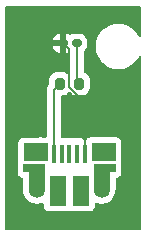
<source format=gbr>
%TF.GenerationSoftware,KiCad,Pcbnew,9.0.6*%
%TF.CreationDate,2026-01-27T22:48:49-03:00*%
%TF.ProjectId,keychainmalu,6b657963-6861-4696-9e6d-616c752e6b69,rev?*%
%TF.SameCoordinates,Original*%
%TF.FileFunction,Copper,L1,Top*%
%TF.FilePolarity,Positive*%
%FSLAX46Y46*%
G04 Gerber Fmt 4.6, Leading zero omitted, Abs format (unit mm)*
G04 Created by KiCad (PCBNEW 9.0.6) date 2026-01-27 22:48:49*
%MOMM*%
%LPD*%
G01*
G04 APERTURE LIST*
G04 Aperture macros list*
%AMRoundRect*
0 Rectangle with rounded corners*
0 $1 Rounding radius*
0 $2 $3 $4 $5 $6 $7 $8 $9 X,Y pos of 4 corners*
0 Add a 4 corners polygon primitive as box body*
4,1,4,$2,$3,$4,$5,$6,$7,$8,$9,$2,$3,0*
0 Add four circle primitives for the rounded corners*
1,1,$1+$1,$2,$3*
1,1,$1+$1,$4,$5*
1,1,$1+$1,$6,$7*
1,1,$1+$1,$8,$9*
0 Add four rect primitives between the rounded corners*
20,1,$1+$1,$2,$3,$4,$5,0*
20,1,$1+$1,$4,$5,$6,$7,0*
20,1,$1+$1,$6,$7,$8,$9,0*
20,1,$1+$1,$8,$9,$2,$3,0*%
G04 Aperture macros list end*
%TA.AperFunction,SMDPad,CuDef*%
%ADD10R,0.400000X1.650000*%
%TD*%
%TA.AperFunction,SMDPad,CuDef*%
%ADD11R,1.825000X0.700000*%
%TD*%
%TA.AperFunction,SMDPad,CuDef*%
%ADD12R,2.000000X1.500000*%
%TD*%
%TA.AperFunction,SMDPad,CuDef*%
%ADD13R,1.350000X2.000000*%
%TD*%
%TA.AperFunction,HeatsinkPad*%
%ADD14O,1.350000X1.700000*%
%TD*%
%TA.AperFunction,HeatsinkPad*%
%ADD15O,1.100000X1.500000*%
%TD*%
%TA.AperFunction,SMDPad,CuDef*%
%ADD16R,1.430000X2.500000*%
%TD*%
%TA.AperFunction,SMDPad,CuDef*%
%ADD17RoundRect,0.200000X-0.200000X-0.275000X0.200000X-0.275000X0.200000X0.275000X-0.200000X0.275000X0*%
%TD*%
%TA.AperFunction,SMDPad,CuDef*%
%ADD18RoundRect,0.160000X-0.222500X-0.160000X0.222500X-0.160000X0.222500X0.160000X-0.222500X0.160000X0*%
%TD*%
%TA.AperFunction,Conductor*%
%ADD19C,0.200000*%
%TD*%
G04 APERTURE END LIST*
D10*
%TO.P,J1,1,VBUS*%
%TO.N,Net-(J1-VBUS)*%
X154500000Y-96505000D03*
%TO.P,J1,2,D-*%
%TO.N,unconnected-(J1-D--Pad2)*%
X155150000Y-96505000D03*
%TO.P,J1,3,D+*%
%TO.N,unconnected-(J1-D+-Pad3)*%
X155800000Y-96505000D03*
%TO.P,J1,4,ID*%
%TO.N,unconnected-(J1-ID-Pad4)*%
X156450000Y-96505000D03*
%TO.P,J1,5,GND*%
%TO.N,GND*%
X157100000Y-96505000D03*
D11*
%TO.P,J1,6,Shield*%
%TO.N,unconnected-(J1-Shield-Pad6)*%
X152850000Y-97705000D03*
D12*
%TO.N,unconnected-(J1-Shield-Pad6)_1*%
X152950000Y-96405000D03*
D13*
%TO.N,unconnected-(J1-Shield-Pad6)_2*%
X153070000Y-98455000D03*
D14*
%TO.N,unconnected-(J1-Shield-Pad6)_3*%
X153070000Y-99385000D03*
D15*
%TO.N,unconnected-(J1-Shield-Pad6)_4*%
X153380000Y-96385000D03*
D16*
%TO.N,unconnected-(J1-Shield-Pad6)_5*%
X154840000Y-99655000D03*
%TO.N,unconnected-(J1-Shield-Pad6)_6*%
X156760000Y-99655000D03*
D15*
%TO.N,unconnected-(J1-Shield-Pad6)_7*%
X158220000Y-96385000D03*
D14*
%TO.N,unconnected-(J1-Shield-Pad6)_8*%
X158530000Y-99385000D03*
D13*
%TO.N,unconnected-(J1-Shield-Pad6)_9*%
X158550000Y-98455000D03*
D12*
%TO.N,unconnected-(J1-Shield-Pad6)_10*%
X158700000Y-96385000D03*
D11*
%TO.N,unconnected-(J1-Shield-Pad6)_11*%
X158800000Y-97705000D03*
%TD*%
D17*
%TO.P,R1,2*%
%TO.N,Net-(D1-A)*%
X156645000Y-90590000D03*
%TO.P,R1,1*%
%TO.N,Net-(J1-VBUS)*%
X154995000Y-90590000D03*
%TD*%
D18*
%TO.P,D1,2,A*%
%TO.N,Net-(D1-A)*%
X156422500Y-87170000D03*
%TO.P,D1,1,K*%
%TO.N,GND*%
X155277500Y-87170000D03*
%TD*%
D19*
%TO.N,Net-(J1-VBUS)*%
X154500000Y-91085000D02*
X154500000Y-96505000D01*
X154995000Y-90590000D02*
X154500000Y-91085000D01*
%TO.N,GND*%
X155739000Y-90873064D02*
X157100000Y-92234064D01*
X157100000Y-92234064D02*
X157100000Y-96505000D01*
X155739000Y-87631500D02*
X155739000Y-90873064D01*
X155277500Y-87170000D02*
X155739000Y-87631500D01*
%TO.N,Net-(D1-A)*%
X156422500Y-90367500D02*
X156645000Y-90590000D01*
X156422500Y-87170000D02*
X156422500Y-90367500D01*
%TD*%
%TA.AperFunction,Conductor*%
%TO.N,GND*%
G36*
X161842539Y-84070185D02*
G01*
X161888294Y-84122989D01*
X161899500Y-84174500D01*
X161899500Y-86502489D01*
X161879815Y-86569528D01*
X161827011Y-86615283D01*
X161757853Y-86625227D01*
X161694297Y-86596202D01*
X161668113Y-86564490D01*
X161644368Y-86523363D01*
X161553201Y-86365457D01*
X161553195Y-86365449D01*
X161400622Y-86166611D01*
X161400616Y-86166604D01*
X161223395Y-85989383D01*
X161223388Y-85989377D01*
X161024550Y-85836804D01*
X161024548Y-85836802D01*
X161024543Y-85836799D01*
X160807481Y-85711478D01*
X160807477Y-85711476D01*
X160575923Y-85615563D01*
X160333814Y-85550690D01*
X160085331Y-85517977D01*
X160085326Y-85517976D01*
X160085321Y-85517976D01*
X159834679Y-85517976D01*
X159834673Y-85517976D01*
X159834668Y-85517977D01*
X159586185Y-85550690D01*
X159344076Y-85615563D01*
X159112522Y-85711476D01*
X159112518Y-85711478D01*
X158981772Y-85786964D01*
X158895457Y-85836799D01*
X158895454Y-85836800D01*
X158895449Y-85836804D01*
X158696611Y-85989377D01*
X158696604Y-85989383D01*
X158519383Y-86166604D01*
X158519377Y-86166611D01*
X158366804Y-86365449D01*
X158366800Y-86365454D01*
X158366799Y-86365457D01*
X158340340Y-86411286D01*
X158241478Y-86582518D01*
X158241476Y-86582522D01*
X158145563Y-86814076D01*
X158080690Y-87056185D01*
X158047977Y-87304668D01*
X158047976Y-87304685D01*
X158047976Y-87555314D01*
X158047977Y-87555331D01*
X158080690Y-87803814D01*
X158145563Y-88045923D01*
X158241476Y-88277477D01*
X158241478Y-88277481D01*
X158366799Y-88494543D01*
X158366802Y-88494547D01*
X158366804Y-88494550D01*
X158519377Y-88693388D01*
X158519383Y-88693395D01*
X158696604Y-88870616D01*
X158696610Y-88870621D01*
X158895457Y-89023201D01*
X159112519Y-89148522D01*
X159344081Y-89244438D01*
X159586182Y-89309309D01*
X159834679Y-89342024D01*
X159834686Y-89342024D01*
X160085314Y-89342024D01*
X160085321Y-89342024D01*
X160333818Y-89309309D01*
X160575919Y-89244438D01*
X160807481Y-89148522D01*
X161024543Y-89023201D01*
X161223390Y-88870621D01*
X161400621Y-88693390D01*
X161553201Y-88494543D01*
X161668113Y-88295510D01*
X161718680Y-88247294D01*
X161787287Y-88234072D01*
X161852152Y-88260040D01*
X161892680Y-88316954D01*
X161899500Y-88357510D01*
X161899500Y-102865500D01*
X161879815Y-102932539D01*
X161827011Y-102978294D01*
X161775500Y-102989500D01*
X150454500Y-102989500D01*
X150387461Y-102969815D01*
X150341706Y-102917011D01*
X150330500Y-102865500D01*
X150330500Y-97307127D01*
X151437000Y-97307127D01*
X151437000Y-97311980D01*
X151437000Y-97311981D01*
X151437000Y-98102870D01*
X151437001Y-98102876D01*
X151443408Y-98162483D01*
X151493702Y-98297328D01*
X151493706Y-98297335D01*
X151579952Y-98412544D01*
X151579955Y-98412547D01*
X151695164Y-98498793D01*
X151695171Y-98498797D01*
X151813833Y-98543055D01*
X151869767Y-98584926D01*
X151894184Y-98650390D01*
X151894500Y-98659237D01*
X151894500Y-99652513D01*
X151923445Y-99835265D01*
X151980619Y-100011232D01*
X151980620Y-100011235D01*
X152064622Y-100176096D01*
X152173379Y-100325787D01*
X152304213Y-100456621D01*
X152453904Y-100565378D01*
X152534763Y-100606577D01*
X152618764Y-100649379D01*
X152618767Y-100649380D01*
X152663022Y-100663759D01*
X152794736Y-100706555D01*
X152977486Y-100735500D01*
X152977487Y-100735500D01*
X153162513Y-100735500D01*
X153162514Y-100735500D01*
X153345264Y-100706555D01*
X153462183Y-100668565D01*
X153532023Y-100666571D01*
X153591856Y-100702651D01*
X153622684Y-100765352D01*
X153624500Y-100786496D01*
X153624500Y-100952869D01*
X153624501Y-100952876D01*
X153630908Y-101012483D01*
X153681202Y-101147328D01*
X153681206Y-101147335D01*
X153767452Y-101262544D01*
X153767455Y-101262547D01*
X153882664Y-101348793D01*
X153882671Y-101348797D01*
X154017517Y-101399091D01*
X154017516Y-101399091D01*
X154024444Y-101399835D01*
X154077127Y-101405500D01*
X155602872Y-101405499D01*
X155662483Y-101399091D01*
X155756669Y-101363961D01*
X155826358Y-101358978D01*
X155843320Y-101363958D01*
X155937517Y-101399091D01*
X155997127Y-101405500D01*
X157522872Y-101405499D01*
X157582483Y-101399091D01*
X157717331Y-101348796D01*
X157832546Y-101262546D01*
X157918796Y-101147331D01*
X157969091Y-101012483D01*
X157975500Y-100952873D01*
X157975499Y-100786496D01*
X157995183Y-100719458D01*
X158047987Y-100673703D01*
X158117145Y-100663759D01*
X158137816Y-100668565D01*
X158254736Y-100706555D01*
X158437486Y-100735500D01*
X158437487Y-100735500D01*
X158622513Y-100735500D01*
X158622514Y-100735500D01*
X158805264Y-100706555D01*
X158981235Y-100649379D01*
X159146096Y-100565378D01*
X159295787Y-100456621D01*
X159426621Y-100325787D01*
X159535378Y-100176096D01*
X159619379Y-100011235D01*
X159676555Y-99835264D01*
X159705500Y-99652514D01*
X159705500Y-99621294D01*
X159713319Y-99577958D01*
X159719090Y-99562485D01*
X159719091Y-99562483D01*
X159725500Y-99502873D01*
X159725499Y-98669530D01*
X159745183Y-98602492D01*
X159797987Y-98556737D01*
X159816455Y-98550406D01*
X159819979Y-98549091D01*
X159819983Y-98549091D01*
X159954831Y-98498796D01*
X160070046Y-98412546D01*
X160156296Y-98297331D01*
X160206591Y-98162483D01*
X160213000Y-98102873D01*
X160212999Y-97307128D01*
X160206591Y-97247517D01*
X160206591Y-97247516D01*
X160204808Y-97239972D01*
X160205695Y-97239762D01*
X160199600Y-97191237D01*
X160200500Y-97182873D01*
X160200499Y-95587128D01*
X160194091Y-95527517D01*
X160158805Y-95432911D01*
X160143797Y-95392671D01*
X160143793Y-95392664D01*
X160057547Y-95277455D01*
X160057544Y-95277452D01*
X159942335Y-95191206D01*
X159942328Y-95191202D01*
X159807482Y-95140908D01*
X159807483Y-95140908D01*
X159747883Y-95134501D01*
X159747881Y-95134500D01*
X159747873Y-95134500D01*
X158323468Y-95134500D01*
X158323465Y-95134500D01*
X158116535Y-95134500D01*
X158116531Y-95134500D01*
X157652129Y-95134500D01*
X157652123Y-95134501D01*
X157592515Y-95140909D01*
X157481286Y-95182394D01*
X157415098Y-95187127D01*
X157415087Y-95187231D01*
X157414513Y-95187169D01*
X157411595Y-95187378D01*
X157409451Y-95186892D01*
X157407375Y-95186401D01*
X157347844Y-95180000D01*
X157300000Y-95180000D01*
X157300000Y-95292893D01*
X157293761Y-95314139D01*
X157292181Y-95336228D01*
X157281568Y-95355662D01*
X157280315Y-95359932D01*
X157275266Y-95367205D01*
X157257422Y-95391041D01*
X157201488Y-95432911D01*
X157131796Y-95437895D01*
X157070473Y-95404409D01*
X157058890Y-95391041D01*
X157007546Y-95322454D01*
X156974152Y-95297455D01*
X156949688Y-95279141D01*
X156907818Y-95223207D01*
X156900027Y-95180027D01*
X156900000Y-95180000D01*
X156852166Y-95180000D01*
X156790595Y-95186619D01*
X156764088Y-95186619D01*
X156754818Y-95185622D01*
X156697873Y-95179500D01*
X156697865Y-95179500D01*
X156202129Y-95179500D01*
X156202120Y-95179501D01*
X156138248Y-95186367D01*
X156111742Y-95186367D01*
X156107483Y-95185909D01*
X156047873Y-95179500D01*
X156047864Y-95179500D01*
X155552129Y-95179500D01*
X155552120Y-95179501D01*
X155488248Y-95186367D01*
X155461742Y-95186367D01*
X155457483Y-95185909D01*
X155397873Y-95179500D01*
X155397867Y-95179500D01*
X155224500Y-95179500D01*
X155157461Y-95159815D01*
X155111706Y-95107011D01*
X155100500Y-95055500D01*
X155100500Y-91689500D01*
X155120185Y-91622461D01*
X155172989Y-91576706D01*
X155224500Y-91565500D01*
X155251613Y-91565500D01*
X155251616Y-91565500D01*
X155322196Y-91559086D01*
X155484606Y-91508478D01*
X155630185Y-91420472D01*
X155630189Y-91420468D01*
X155732319Y-91318339D01*
X155793642Y-91284854D01*
X155863334Y-91289838D01*
X155907681Y-91318339D01*
X156009811Y-91420469D01*
X156009813Y-91420470D01*
X156009815Y-91420472D01*
X156155394Y-91508478D01*
X156317804Y-91559086D01*
X156388384Y-91565500D01*
X156388387Y-91565500D01*
X156901613Y-91565500D01*
X156901616Y-91565500D01*
X156972196Y-91559086D01*
X157134606Y-91508478D01*
X157280185Y-91420472D01*
X157400472Y-91300185D01*
X157488478Y-91154606D01*
X157539086Y-90992196D01*
X157545500Y-90921616D01*
X157545500Y-90258384D01*
X157539086Y-90187804D01*
X157488478Y-90025394D01*
X157400472Y-89879815D01*
X157400470Y-89879813D01*
X157400469Y-89879811D01*
X157280188Y-89759530D01*
X157134603Y-89671520D01*
X157134599Y-89671519D01*
X157110110Y-89663888D01*
X157051962Y-89625151D01*
X157023988Y-89561126D01*
X157023000Y-89545503D01*
X157023000Y-87937450D01*
X157042685Y-87870411D01*
X157059319Y-87849769D01*
X157105274Y-87803814D01*
X157168753Y-87740335D01*
X157251733Y-87603069D01*
X157251799Y-87602859D01*
X157266614Y-87555314D01*
X157299452Y-87449933D01*
X157305500Y-87383381D01*
X157305499Y-86956620D01*
X157305499Y-86956619D01*
X157305499Y-86956611D01*
X157299453Y-86890073D01*
X157299452Y-86890070D01*
X157299452Y-86890067D01*
X157268612Y-86791100D01*
X157251734Y-86736933D01*
X157251732Y-86736929D01*
X157168757Y-86599670D01*
X157168753Y-86599665D01*
X157055334Y-86486246D01*
X157055329Y-86486242D01*
X156918070Y-86403267D01*
X156918066Y-86403265D01*
X156764933Y-86355548D01*
X156764935Y-86355548D01*
X156738312Y-86353128D01*
X156698381Y-86349500D01*
X156698378Y-86349500D01*
X156146611Y-86349500D01*
X156080073Y-86355546D01*
X156080066Y-86355548D01*
X155926933Y-86403265D01*
X155926927Y-86403268D01*
X155913662Y-86411287D01*
X155846107Y-86429121D01*
X155785368Y-86411286D01*
X155772861Y-86403725D01*
X155772859Y-86403724D01*
X155619842Y-86356043D01*
X155619843Y-86356043D01*
X155553337Y-86350000D01*
X155527500Y-86350000D01*
X155527500Y-87990000D01*
X155553337Y-87990000D01*
X155619841Y-87983956D01*
X155661109Y-87971097D01*
X155730969Y-87969945D01*
X155790362Y-88006746D01*
X155820430Y-88069814D01*
X155822000Y-88089482D01*
X155822000Y-89655627D01*
X155802315Y-89722666D01*
X155749511Y-89768421D01*
X155680353Y-89778365D01*
X155633850Y-89761744D01*
X155630186Y-89759529D01*
X155630185Y-89759528D01*
X155484606Y-89671522D01*
X155322196Y-89620914D01*
X155322194Y-89620913D01*
X155322192Y-89620913D01*
X155272778Y-89616423D01*
X155251616Y-89614500D01*
X154738384Y-89614500D01*
X154719145Y-89616248D01*
X154667807Y-89620913D01*
X154505393Y-89671522D01*
X154359811Y-89759530D01*
X154239530Y-89879811D01*
X154151522Y-90025393D01*
X154100913Y-90187807D01*
X154094500Y-90258386D01*
X154094500Y-90589902D01*
X154074815Y-90656941D01*
X154071235Y-90662210D01*
X154065336Y-90670427D01*
X154019480Y-90716284D01*
X153969360Y-90803095D01*
X153966292Y-90808407D01*
X153966286Y-90808417D01*
X153940425Y-90853209D01*
X153940424Y-90853210D01*
X153940423Y-90853215D01*
X153899499Y-91005943D01*
X153899499Y-91005945D01*
X153899499Y-91174046D01*
X153899500Y-91174059D01*
X153899500Y-95030500D01*
X153896949Y-95039185D01*
X153898238Y-95048147D01*
X153887259Y-95072187D01*
X153879815Y-95097539D01*
X153872974Y-95103466D01*
X153869213Y-95111703D01*
X153846978Y-95125992D01*
X153827011Y-95143294D01*
X153816496Y-95145581D01*
X153810435Y-95149477D01*
X153775500Y-95154500D01*
X153596224Y-95154500D01*
X153572033Y-95152117D01*
X153483468Y-95134500D01*
X153483465Y-95134500D01*
X153276535Y-95134500D01*
X153244319Y-95140908D01*
X153187960Y-95152118D01*
X153163770Y-95154500D01*
X151902129Y-95154500D01*
X151902123Y-95154501D01*
X151842516Y-95160908D01*
X151707671Y-95211202D01*
X151707664Y-95211206D01*
X151592455Y-95297452D01*
X151592452Y-95297455D01*
X151506206Y-95412664D01*
X151506202Y-95412671D01*
X151455908Y-95547517D01*
X151449501Y-95607116D01*
X151449500Y-95607135D01*
X151449501Y-97206192D01*
X151448790Y-97206192D01*
X151448373Y-97208915D01*
X151448550Y-97224761D01*
X151446707Y-97238671D01*
X151443409Y-97247517D01*
X151437000Y-97307127D01*
X150330500Y-97307127D01*
X150330500Y-87420000D01*
X154398331Y-87420000D01*
X154401043Y-87449844D01*
X154448724Y-87602859D01*
X154448726Y-87602863D01*
X154531639Y-87740019D01*
X154531642Y-87740023D01*
X154644976Y-87853357D01*
X154644980Y-87853360D01*
X154782136Y-87936273D01*
X154782140Y-87936275D01*
X154935157Y-87983956D01*
X154935156Y-87983956D01*
X155001663Y-87990000D01*
X155027500Y-87990000D01*
X155027500Y-87420000D01*
X154398331Y-87420000D01*
X150330500Y-87420000D01*
X150330500Y-86920000D01*
X154398331Y-86920000D01*
X155027500Y-86920000D01*
X155027500Y-86350000D01*
X155001663Y-86350000D01*
X154935156Y-86356043D01*
X154782140Y-86403724D01*
X154782136Y-86403726D01*
X154644980Y-86486639D01*
X154644976Y-86486642D01*
X154531642Y-86599976D01*
X154531639Y-86599980D01*
X154448726Y-86737136D01*
X154448724Y-86737140D01*
X154401043Y-86890155D01*
X154398331Y-86920000D01*
X150330500Y-86920000D01*
X150330500Y-84174500D01*
X150350185Y-84107461D01*
X150402989Y-84061706D01*
X150454500Y-84050500D01*
X161775500Y-84050500D01*
X161842539Y-84070185D01*
G37*
%TD.AperFunction*%
%TD*%
M02*

</source>
